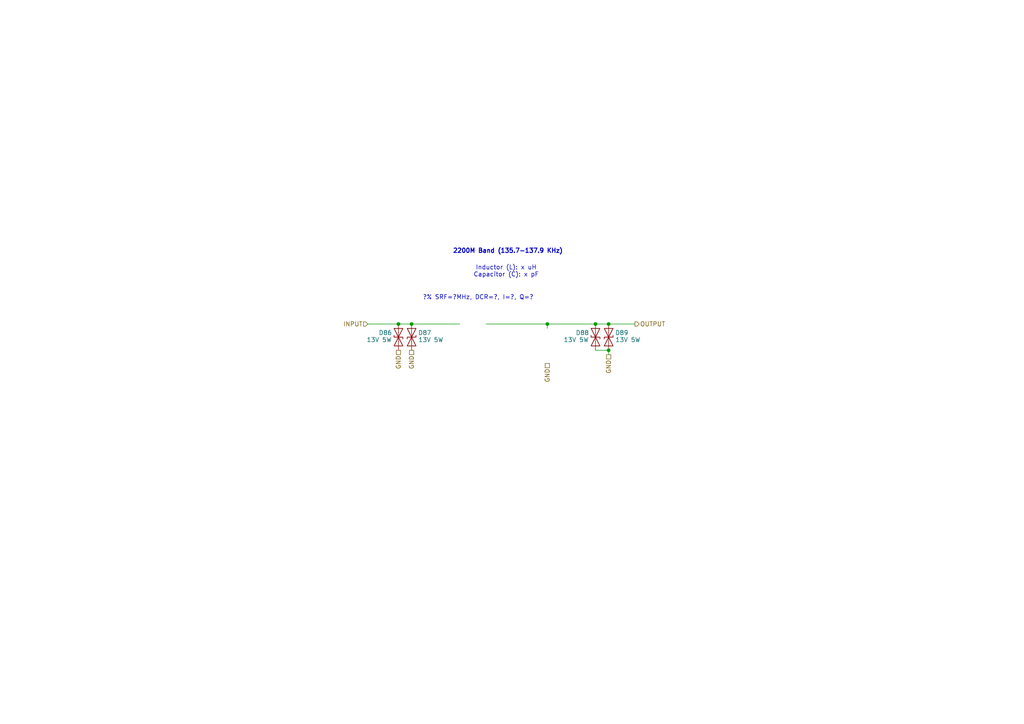
<source format=kicad_sch>
(kicad_sch (version 20231120) (generator "eeschema") (generator_version "8.0")
  (paper "A4")
  (lib_symbols
    (symbol "Diode:SD15_SOD323" (pin_numbers hide) (pin_names (offset 1.016) hide)
      (property "Reference" "D" (at 0 2.54 0))
      (property "Value" "SD15_SOD323" (at 0 -2.54 0))
      (symbol "SD15_SOD323_0_1"
        (polyline (pts (xy 1.27 0) (xy -1.27 0)))
        (polyline (pts (xy -2.54 -1.27) (xy 0 0) (xy -2.54 1.27) (xy -2.54 -1.27)) (stroke (width 0.2032)))
        (polyline (pts (xy 0.508 1.27) (xy 0 1.27) (xy 0 -1.27) (xy -0.508 -1.27)) (stroke (width 0.2032)))
        (polyline (pts (xy 2.54 1.27) (xy 2.54 -1.27) (xy 0 0) (xy 2.54 1.27)) (stroke (width 0.2032)))
      )
      (symbol "SD15_SOD323_1_1"
        (pin passive line (at -3.81 0 0) (length 2.54) (name "A1") (number "1"))
        (pin passive line (at 3.81 0 180) (length 2.54) (name "A2") (number "2"))
      )
    )
  )
  (junction (at 172.72 93.98))
  (junction (at 176.53 101.6))
  (junction (at 176.53 93.98))
  (junction (at 115.57 93.98))
  (junction (at 119.38 93.98))
  (junction (at 158.75 93.98))
  (wire (pts (xy 106.68 93.98) (xy 115.57 93.98)))
  (wire (pts (xy 119.38 93.98) (xy 133.35 93.98)))
  (wire (pts (xy 176.53 101.6) (xy 176.53 102.87)))
  (wire (pts (xy 158.75 93.98) (xy 172.72 93.98)))
  (wire (pts (xy 172.72 93.98) (xy 176.53 93.98)))
  (wire (pts (xy 115.57 93.98) (xy 119.38 93.98)))
  (wire (pts (xy 158.75 93.98) (xy 158.75 95.25)))
  (wire (pts (xy 140.97 93.98) (xy 158.75 93.98)))
  (wire (pts (xy 172.72 101.6) (xy 176.53 101.6)))
  (wire (pts (xy 176.53 93.98) (xy 184.15 93.98)))
  (text "?% SRF=?MHz, DCR=?, I=?, Q=?" (at 138.684 86.36 0) (effects (font (size 1.27 1.27))))
  (text "2200M Band (135.7-137.9 KHz)" (at 147.32 72.898 0) (effects (font (size 1.27 1.27) (thickness 0.254) (bold yes))))
  (text "Inductor (L): x uH\nCapacitor (C): x pF" (at 146.812 78.74 0) (effects (font (size 1.27 1.27))))
  (hierarchical_label "GND" (shape passive) (at 158.75 105.41 270))
  (hierarchical_label "GND" (shape passive) (at 119.38 101.6 270))
  (hierarchical_label "GND" (shape passive) (at 176.53 102.87 270))
  (hierarchical_label "INPUT" (shape input) (at 106.68 93.98 180))
  (hierarchical_label "OUTPUT" (shape output) (at 184.15 93.98 0))
  (hierarchical_label "GND" (shape passive) (at 115.57 101.6 270))
  (symbol (lib_id "Diode:SD15_SOD323") (at 172.72 97.79 90) (unit 1)
    (property "Reference" "D88" (at 168.91 96.52 90))
    (property "Value" "13V 5W" (at 167.132 98.552 90))
    (property "Footprint" "Diode_SMD:D_0603_1608Metric" (effects (hide yes)))
    (property "Datasheet" "https://wmsc.lcsc.com/wmsc/upload/file/pdf/v2/lcsc/1912111437_DOWO-SMB5350B_C284082.pdf" (effects (hide yes)))
    (property "Description" "Independent Type 5W 13V SMB(DO-214AA) Zener Diodes ROHS" (effects (hide yes)))
    (property "LCSC Part #" "C284082" (effects (hide yes)))
    (property "MPN" "SMB5350B" (effects (hide yes)))
    (property "Manufacturer" "DOWO" (effects (hide yes)))
  )
  (symbol (lib_id "Diode:SD15_SOD323") (at 176.53 97.79 270) (mirror x) (unit 1)
    (property "Reference" "D89" (at 180.34 96.52 90))
    (property "Value" "13V 5W" (at 182.118 98.552 90))
    (property "Footprint" "Diode_SMD:D_0603_1608Metric" (effects (hide yes)))
    (property "Datasheet" "https://wmsc.lcsc.com/wmsc/upload/file/pdf/v2/lcsc/1912111437_DOWO-SMB5350B_C284082.pdf" (effects (hide yes)))
    (property "Description" "Independent Type 5W 13V SMB(DO-214AA) Zener Diodes ROHS" (effects (hide yes)))
    (property "LCSC Part #" "C284082" (effects (hide yes)))
    (property "MPN" "SMB5350B" (effects (hide yes)))
    (property "Manufacturer" "DOWO" (effects (hide yes)))
  )
  (symbol (lib_id "Diode:SD15_SOD323") (at 119.38 97.79 270) (mirror x) (unit 1)
    (property "Reference" "D87" (at 123.19 96.52 90))
    (property "Value" "13V 5W" (at 124.968 98.552 90))
    (property "Footprint" "Diode_SMD:D_0603_1608Metric" (effects (hide yes)))
    (property "Datasheet" "https://wmsc.lcsc.com/wmsc/upload/file/pdf/v2/lcsc/1912111437_DOWO-SMB5350B_C284082.pdf" (effects (hide yes)))
    (property "Description" "Independent Type 5W 13V SMB(DO-214AA) Zener Diodes ROHS" (effects (hide yes)))
    (property "LCSC Part #" "C284082" (effects (hide yes)))
    (property "MPN" "SMB5350B" (effects (hide yes)))
    (property "Manufacturer" "DOWO" (effects (hide yes)))
  )
  (symbol (lib_id "Diode:SD15_SOD323") (at 115.57 97.79 90) (unit 1)
    (property "Reference" "D86" (at 111.76 96.52 90))
    (property "Value" "13V 5W" (at 109.982 98.552 90))
    (property "Footprint" "Diode_SMD:D_0603_1608Metric" (effects (hide yes)))
    (property "Datasheet" "https://wmsc.lcsc.com/wmsc/upload/file/pdf/v2/lcsc/1912111437_DOWO-SMB5350B_C284082.pdf" (effects (hide yes)))
    (property "Description" "Independent Type 5W 13V SMB(DO-214AA) Zener Diodes ROHS" (effects (hide yes)))
    (property "LCSC Part #" "C284082" (effects (hide yes)))
    (property "MPN" "SMB5350B" (effects (hide yes)))
    (property "Manufacturer" "DOWO" (effects (hide yes)))
  )
)
</source>
